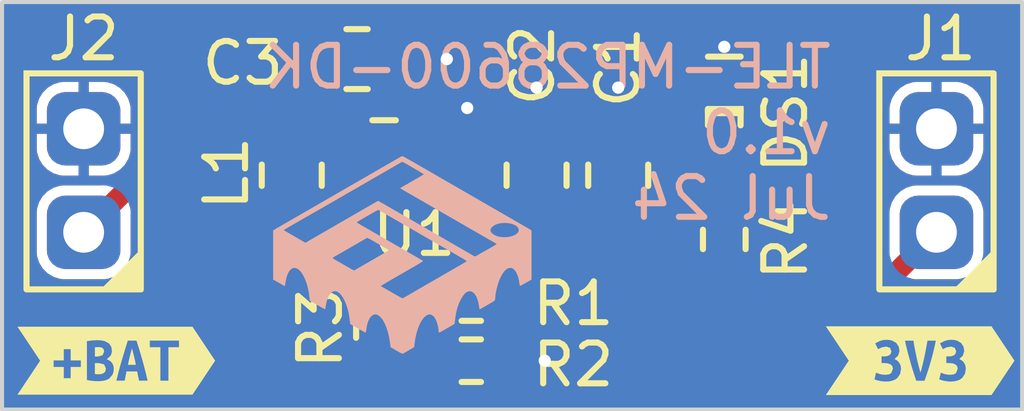
<source format=kicad_pcb>
(kicad_pcb (version 20221018) (generator pcbnew)
  (layers (0 "F.Cu" signal) (31 "B.Cu" signal) (34 "B.Paste" user) (35 "F.Paste" user) (36 "B.SilkS" user "B.Silkscreen") (37 "F.SilkS" user "F.Silkscreen") (38 "B.Mask" user) (39 "F.Mask" user) (44 "Edge.Cuts" user))
  (net 0 "")
  (net 1 "+3V3")
  (net 2 "+BATT")
  (net 3 "Net-(DS1-A)")
  (net 4 "Net-(U1-SW)")
  (net 5 "Net-(U1-FB)")
  (net 6 "Net-(U1-EN)")
  (net 7 "GND")
  (footprint "R_Resistor:R_0603" (layer "F.Cu") (at 61.5 58.8)
    (fp_text reference "R2" (at 2.5 0.1) (layer "F.SilkS"))
    (fp_text value "10K" hide)
    (fp_line (start -0.237258 -0.5225) (end 0.237258 -0.5225) (stroke (width 0.15)) (layer "F.SilkS"))
    (fp_line (start -0.237258 0.5225) (end 0.237258 0.5225) (stroke (width 0.15)) (layer "F.SilkS"))
    (pad "1" smd roundrect (at -0.825 0) (size 0.8 0.95) (layers "F.Cu" "F.Paste" "F.Mask") (net 5 "Net-(U1-FB)"))
    (pad "2" smd roundrect (at 0.825 0) (size 0.8 0.95) (layers "F.Cu" "F.Paste" "F.Mask") (net 7 "GND"))
  )
  (footprint "J_Connector:Pins-2.54-1x2" (layer "F.Cu") (at 52 55.65 180)
    (fp_text reference "J2" (at 0 4.75 unlocked) (layer "F.SilkS"))
    (fp_text value "Pins_2.54_1x2" hide)
    (fp_rect (start 1.4 3.9) (end -1.4 -1.4) (stroke (width 0.15)) (fill none) (layer "F.SilkS"))
    (fp_poly (pts (xy -1.4 -0.5) (xy -1.4 -1.4) (xy -0.5 -1.4)) (stroke (width 0.12)) (fill solid) (layer "F.SilkS"))
    (pad "1" thru_hole roundrect (at 0 0 180) (size 1.8 1.8) (drill 1) (layers "*.Cu" "*.Mask") (net 2 "+BATT"))
    (pad "2" thru_hole roundrect (at 0 2.54 180) (size 1.8 1.8) (drill 1) (layers "*.Cu" "*.Mask") (net 7 "GND"))
  )
  (footprint "R_Resistor:R_0603" (layer "F.Cu") (at 59.2 58 90)
    (fp_text reference "R3" (at 0 -1.4 90) (layer "F.SilkS"))
    (fp_text value "10K" hide)
    (fp_line (start -0.237258 -0.5225) (end 0.237258 -0.5225) (stroke (width 0.15)) (layer "F.SilkS"))
    (fp_line (start -0.237258 0.5225) (end 0.237258 0.5225) (stroke (width 0.15)) (layer "F.SilkS"))
    (pad "1" smd roundrect (at -0.825 0 90) (size 0.8 0.95) (layers "F.Cu" "F.Paste" "F.Mask") (net 2 "+BATT"))
    (pad "2" smd roundrect (at 0.825 0 90) (size 0.8 0.95) (layers "F.Cu" "F.Paste" "F.Mask") (net 6 "Net-(U1-EN)"))
  )
  (footprint "R_Resistor:R_0603" (layer "F.Cu") (at 61.5 57.3 180)
    (fp_text reference "R1" (at -2.5 -0.1) (layer "F.SilkS"))
    (fp_text value "0R" hide)
    (fp_line (start -0.237258 -0.5225) (end 0.237258 -0.5225) (stroke (width 0.15)) (layer "F.SilkS"))
    (fp_line (start -0.237258 0.5225) (end 0.237258 0.5225) (stroke (width 0.15)) (layer "F.SilkS"))
    (pad "1" smd roundrect (at -0.825 0 180) (size 0.8 0.95) (layers "F.Cu" "F.Paste" "F.Mask") (net 1 "+3V3"))
    (pad "2" smd roundrect (at 0.825 0 180) (size 0.8 0.95) (layers "F.Cu" "F.Paste" "F.Mask") (net 5 "Net-(U1-FB)"))
  )
  (footprint "kibuzzard-669A4029" (layer "F.Cu") (at 52.8 58.8)
    (fp_text reference "kibuzzard-669A4029" hide)
    (fp_text value "G***" hide)
    (fp_poly (pts (xy 0.383381 -0.301625) (xy 0.354013 -0.196056) (xy 0.328613 -0.097631) (xy 0.306388 0) (xy 0.286544 0.1016) (xy 0.478631 0.1016) (xy 0.459581 0) (xy 0.43815 -0.097631) (xy 0.41275 -0.196056) (xy 0.383381 -0.301625)) (fill solid) (layer "F.SilkS"))
    (fp_poly (pts (xy -0.524669 0.060325) (xy -0.524669 0.327025) (xy -0.479425 0.331788) (xy -0.431006 0.333375) (xy -0.365919 0.327819) (xy -0.309562 0.307181) (xy -0.269081 0.264319) (xy -0.253206 0.193675) (xy -0.29845 0.091281) (xy -0.419894 0.060325) (xy -0.524669 0.060325)) (fill solid) (layer "F.SilkS"))
    (fp_poly (pts (xy -0.448469 -0.1016) (xy -0.335756 -0.134144) (xy -0.297656 -0.223838) (xy -0.308769 -0.280194) (xy -0.338931 -0.313531) (xy -0.383381 -0.329406) (xy -0.435769 -0.333375) (xy -0.481806 -0.331788) (xy -0.524669 -0.327025) (xy -0.524669 -0.1016) (xy -0.448469 -0.1016)) (fill solid) (layer "F.SilkS"))
    (fp_poly (pts (xy -1.535906 -0.833967) (xy -1.866635 -0.833967) (xy -2.422613 -0.833967) (xy -1.866635 0) (xy -2.422613 0.833967) (xy -1.866635 0.833967) (xy -1.535906 0.833967) (xy -1.118394 0.833967) (xy -1.118394 0.430213) (xy -1.286669 0.430213) (xy -1.286669 0.153987) (xy -1.535906 0.153987) (xy -1.535906 -0.00635) (xy -1.286669 -0.00635) (xy -1.286669 -0.282575) (xy -1.118394 -0.282575) (xy -1.118394 -0.00635) (xy -0.869156 -0.00635) (xy -0.869156 0.153987) (xy -1.118394 0.153987) (xy -1.118394 0.430213) (xy -1.118394 0.833967) (xy -0.446881 0.833967) (xy -0.446881 0.503238) (xy -0.513159 0.501452) (xy -0.581819 0.496094) (xy -0.651272 0.487164) (xy -0.719931 0.474663) (xy -0.719931 -0.479425) (xy -0.597694 -0.496094) (xy -0.465931 -0.503238) (xy -0.365125 -0.497483) (xy -0.284956 -0.480219) (xy -0.175419 -0.419894) (xy -0.121444 -0.33655) (xy -0.107156 -0.244475) (xy -0.115689 -0.178594) (xy -0.141287 -0.12065) (xy -0.232569 -0.034925) (xy -0.14863 0.007938) (xy -0.096837 0.0635) (xy -0.070048 0.127) (xy -0.061119 0.193675) (xy -0.068659 0.275233) (xy -0.091281 0.342106) (xy -0.173037 0.437356) (xy -0.229394 0.467916) (xy -0.295275 0.488156) (xy -0.368498 0.499467) (xy -0.446881 0.503238) (xy -0.446881 0.833967) (xy 0.558006 0.833967) (xy 0.558006 0.490538) (xy 0.511969 0.263525) (xy 0.250031 0.263525) (xy 0.205581 0.490538) (xy 0.002381 0.490538) (xy 0.030385 0.376396) (xy 0.058515 0.266383) (xy 0.086773 0.160496) (xy 0.115157 0.058737) (xy 0.143669 -0.038894) (xy 0.17909 -0.156815) (xy 0.213916 -0.271661) (xy 0.248146 -0.383431) (xy 0.281781 -0.492125) (xy 0.494506 -0.492125) (xy 0.529382 -0.382538) (xy 0.564158 -0.269677) (xy 0.598835 -0.153541) (xy 0.633413 -0.034131) (xy 0.660876 0.064325) (xy 0.688023 0.166021) (xy 0.714851 0.270954) (xy 0.741363 0.379127) (xy 0.767556 0.490538) (xy 0.558006 0.490538) (xy 0.558006 0.833967) (xy 1.277144 0.833967) (xy 1.277144 0.490538) (xy 1.080294 0.490538) (xy 1.080294 -0.3302) (xy 0.821531 -0.3302) (xy 0.821531 -0.492125) (xy 1.535906 -0.492125) (xy 1.535906 -0.3302) (xy 1.277144 -0.3302) (xy 1.277144 0.490538) (xy 1.277144 0.833967) (xy 1.535906 0.833967) (xy 1.866635 0.833967) (xy 2.422613 0) (xy 1.866635 -0.833967) (xy 1.535906 -0.833967) (xy -1.535906 -0.833967)) (fill solid) (layer "F.SilkS"))
  )
  (footprint "U_IC:SOT563" (layer "F.Cu") (at 60.05 53.9)
    (fp_text reference "U1" (at 0.05 1.8 unlocked) (layer "F.SilkS"))
    (fp_text value "MP28600GTF-33" hide)
    (fp_line (start -0.4 -1) (end -0.975 -1) (stroke (width 0.15)) (layer "F.SilkS"))
    (pad "1" smd oval (at -0.75 -0.5) (size 0.6 0.34) (layers "F.Cu" "F.Paste" "F.Mask") (net 2 "+BATT"))
    (pad "2" smd oval (at -0.75 0) (size 0.6 0.34) (layers "F.Cu" "F.Paste" "F.Mask") (net 4 "Net-(U1-SW)"))
    (pad "3" smd oval (at -0.75 0.5) (size 0.6 0.34) (layers "F.Cu" "F.Paste" "F.Mask") (net 6 "Net-(U1-EN)"))
    (pad "4" smd oval (at 0.75 0.5) (size 0.6 0.34) (layers "F.Cu" "F.Paste" "F.Mask") (net 5 "Net-(U1-FB)"))
    (pad "5" smd oval (at 0.75 0) (size 0.6 0.34) (layers "F.Cu" "F.Paste" "F.Mask") (net 1 "+3V3"))
    (pad "6" smd oval (at 0.75 -0.5) (size 0.6 0.34) (layers "F.Cu" "F.Paste" "F.Mask") (net 7 "GND"))
  )
  (footprint "J_Connector:Pins-2.54-1x2" (layer "F.Cu") (at 72.9 55.65 180)
    (fp_text reference "J1" (at -0.1 4.75 unlocked) (layer "F.SilkS"))
    (fp_text value "Pins_2.54_1x2" hide)
    (fp_rect (start 1.4 3.9) (end -1.4 -1.4) (stroke (width 0.15)) (fill none) (layer "F.SilkS"))
    (fp_poly (pts (xy -1.4 -0.5) (xy -1.4 -1.4) (xy -0.5 -1.4)) (stroke (width 0.12)) (fill solid) (layer "F.SilkS"))
    (pad "1" thru_hole roundrect (at 0 0 180) (size 1.8 1.8) (drill 1) (layers "*.Cu" "*.Mask") (net 1 "+3V3"))
    (pad "2" thru_hole roundrect (at 0 2.54 180) (size 1.8 1.8) (drill 1) (layers "*.Cu" "*.Mask") (net 7 "GND"))
  )
  (footprint "C_Capacitor:C_0805" (layer "F.Cu") (at 63.1 54.25 90)
    (fp_text reference "C2" (at 2.7 -0.1 90) (layer "F.SilkS"))
    (fp_text value "22u" hide)
    (fp_line (start -0.261252 -0.735) (end 0.261252 -0.735) (stroke (width 0.15)) (layer "F.SilkS"))
    (fp_line (start -0.261252 0.735) (end 0.261252 0.735) (stroke (width 0.15)) (layer "F.SilkS"))
    (pad "1" smd roundrect (at -0.95 0 90) (size 1 1.45) (layers "F.Cu" "F.Paste" "F.Mask") (net 1 "+3V3"))
    (pad "2" smd roundrect (at 0.95 0 90) (size 1 1.45) (layers "F.Cu" "F.Paste" "F.Mask") (net 7 "GND"))
  )
  (footprint "kibuzzard-669A4030" (layer "F.Cu") (at 72.5 58.8)
    (fp_text reference "kibuzzard-669A4030" hide)
    (fp_text value "G***" hide)
    (fp_poly (pts (xy -1.418621 -0.843492) (xy -1.749351 -0.843492) (xy -2.311678 -0.843492) (xy -1.749351 0) (xy -2.311678 0.843492) (xy -1.749351 0.843492) (xy -1.418621 0.843492) (xy -0.846138 0.843492) (xy -0.846138 0.512762) (xy -0.923131 0.507206) (xy -1.000919 0.493712) (xy -1.069975 0.47625) (xy -1.119188 0.458787) (xy -1.081088 0.295275) (xy -0.986631 0.328612) (xy -0.922933 0.341709) (xy -0.847725 0.346075) (xy -0.762595 0.335359) (xy -0.707231 0.303212) (xy -0.66675 0.19685) (xy -0.682228 0.13077) (xy -0.728663 0.088106) (xy -0.798909 0.064889) (xy -0.885825 0.05715) (xy -0.94615 0.05715) (xy -0.94615 -0.104775) (xy -0.873125 -0.104775) (xy -0.8128 -0.111125) (xy -0.758825 -0.131763) (xy -0.719931 -0.169863) (xy -0.70485 -0.230188) (xy -0.737394 -0.315119) (xy -0.827088 -0.346075) (xy -0.937419 -0.327819) (xy -1.031875 -0.282575) (xy -1.101725 -0.42545) (xy -0.988219 -0.483394) (xy -0.913011 -0.50542) (xy -0.828675 -0.512763) (xy -0.751483 -0.507603) (xy -0.685006 -0.492125) (xy -0.5842 -0.434181) (xy -0.525463 -0.346075) (xy -0.506413 -0.236538) (xy -0.53975 -0.123825) (xy -0.62865 -0.041275) (xy -0.560983 -0.001984) (xy -0.510381 0.052387) (xy -0.47883 0.120253) (xy -0.468313 0.200025) (xy -0.490538 0.325437) (xy -0.5588 0.424656) (xy -0.611188 0.461962) (xy -0.676275 0.489744) (xy -0.754459 0.507008) (xy -0.846138 0.512762) (xy -0.846138 0.843492) (xy -0.09525 0.843492) (xy -0.09525 0.492125) (xy -0.134541 0.375444) (xy -0.176213 0.244475) (xy -0.204258 0.152488) (xy -0.231246 0.060678) (xy -0.257175 -0.030956) (xy -0.281693 -0.120826) (xy -0.304447 -0.207345) (xy -0.325438 -0.290513) (xy -0.351631 -0.401638) (xy -0.369888 -0.490538) (xy -0.163513 -0.490538) (xy -0.151606 -0.408186) (xy -0.134938 -0.313531) (xy -0.114895 -0.211138) (xy -0.092869 -0.105569) (xy -0.069056 0.000794) (xy -0.043656 0.105569) (xy -0.017661 0.204192) (xy 0.007937 0.2921) (xy 0.033337 0.205383) (xy 0.058737 0.107156) (xy 0.083344 0.002381) (xy 0.106362 -0.103981) (xy 0.127794 -0.209748) (xy 0.147637 -0.312738) (xy 0.1651 -0.407988) (xy 0.179387 -0.490538) (xy 0.384175 -0.490538) (xy 0.362942 -0.389731) (xy 0.337344 -0.277813) (xy 0.307578 -0.157361) (xy 0.273844 -0.030956) (xy 0.249237 0.055827) (xy 0.223044 0.143669) (xy 0.195262 0.232569) (xy 0.166335 0.321028) (xy 0.136701 0.407547) (xy 0.106362 0.492125) (xy -0.09525 0.492125) (xy -0.09525 0.843492) (xy 0.741362 0.843492) (xy 0.741362 0.512762) (xy 0.664369 0.507206) (xy 0.586581 0.493712) (xy 0.517525 0.47625) (xy 0.468312 0.458787) (xy 0.506412 0.295275) (xy 0.600869 0.328612) (xy 0.664567 0.341709) (xy 0.739775 0.346075) (xy 0.824905 0.335359) (xy 0.880269 0.303212) (xy 0.92075 0.19685) (xy 0.905272 0.13077) (xy 0.858837 0.088106) (xy 0.788591 0.064889) (xy 0.701675 0.05715) (xy 0.64135 0.05715) (xy 0.64135 -0.104775) (xy 0.714375 -0.104775) (xy 0.7747 -0.111125) (xy 0.828675 -0.131763) (xy 0.867569 -0.169863) (xy 0.88265 -0.230188) (xy 0.850106 -0.315119) (xy 0.760412 -0.346075) (xy 0.650081 -0.327819) (xy 0.555625 -0.282575) (xy 0.485775 -0.42545) (xy 0.599281 -0.483394) (xy 0.674489 -0.50542) (xy 0.758825 -0.512763) (xy 0.836017 -0.507603) (xy 0.902494 -0.492125) (xy 1.0033 -0.434181) (xy 1.062037 -0.346075) (xy 1.081087 -0.236538) (xy 1.04775 -0.123825) (xy 0.95885 -0.041275) (xy 1.026517 -0.001984) (xy 1.077119 0.052387) (xy 1.10867 0.120253) (xy 1.119187 0.200025) (xy 1.096962 0.325437) (xy 1.0287 0.424656) (xy 0.976312 0.461962) (xy 0.911225 0.489744) (xy 0.833041 0.507008) (xy 0.741362 0.512762) (xy 0.741362 0.843492) (xy 1.418621 0.843492) (xy 1.749351 0.843492) (xy 2.311678 0) (xy 1.749351 -0.843492) (xy 1.418621 -0.843492) (xy -1.418621 -0.843492)) (fill solid) (layer "F.SilkS"))
  )
  (footprint "R_Resistor:R_0603" (layer "F.Cu") (at 67.7 55.825 90)
    (fp_text reference "R4" (at 0 1.5 90) (layer "F.SilkS"))
    (fp_text value "470R" hide)
    (fp_line (start -0.237258 -0.5225) (end 0.237258 -0.5225) (stroke (width 0.15)) (layer "F.SilkS"))
    (fp_line (start -0.237258 0.5225) (end 0.237258 0.5225) (stroke (width 0.15)) (layer "F.SilkS"))
    (pad "1" smd roundrect (at -0.825 0 90) (size 0.8 0.95) (layers "F.Cu" "F.Paste" "F.Mask") (net 1 "+3V3"))
    (pad "2" smd roundrect (at 0.825 0 90) (size 0.8 0.95) (layers "F.Cu" "F.Paste" "F.Mask") (net 3 "Net-(DS1-A)"))
  )
  (footprint "DS_LED:DS_0603" (layer "F.Cu") (at 67.7 52.825 -90)
    (fp_text reference "DS1" (at -0.1 -1.5 90) (layer "F.SilkS"))
    (fp_text value "150060YS55040" hide)
    (fp_line (start -1.485 -0.4) (end -1.485 0.4) (stroke (width 0.15)) (layer "F.SilkS"))
    (fp_line (start -0.2 -0.4) (end 0.2 -0.4) (stroke (width 0.15)) (layer "F.SilkS"))
    (fp_line (start -0.2 0.4) (end 0.2 0.4) (stroke (width 0.15)) (layer "F.SilkS"))
    (fp_rect (start -0.2 -0.4) (end -0.1 0.4) (stroke (width 0.15)) (fill solid) (layer "F.SilkS"))
    (pad "1" smd roundrect (at -0.7875 0 270) (size 0.875 0.95) (layers "F.Cu" "F.Paste" "F.Mask") (net 7 "GND"))
    (pad "2" smd roundrect (at 0.7875 0 270) (size 0.875 0.95) (layers "F.Cu" "F.Paste" "F.Mask") (net 3 "Net-(DS1-A)"))
  )
  (footprint "C_Capacitor:C_0805" (layer "F.Cu") (at 58.7 51.4)
    (fp_text reference "C3" (at -2.8 0.1) (layer "F.SilkS"))
    (fp_text value "22u" hide)
    (fp_line (start -0.261252 -0.735) (end 0.261252 -0.735) (stroke (width 0.15)) (layer "F.SilkS"))
    (fp_line (start -0.261252 0.735) (end 0.261252 0.735) (stroke (width 0.15)) (layer "F.SilkS"))
    (pad "1" smd roundrect (at -0.95 0) (size 1 1.45) (layers "F.Cu" "F.Paste" "F.Mask") (net 2 "+BATT"))
    (pad "2" smd roundrect (at 0.95 0) (size 1 1.45) (layers "F.Cu" "F.Paste" "F.Mask") (net 7 "GND"))
  )
  (footprint "C_Capacitor:C_0805" (layer "F.Cu") (at 65.1 54.25 90)
    (fp_text reference "C1" (at 2.65 0 90) (layer "F.SilkS"))
    (fp_text value "22u" hide)
    (fp_line (start -0.261252 -0.735) (end 0.261252 -0.735) (stroke (width 0.15)) (layer "F.SilkS"))
    (fp_line (start -0.261252 0.735) (end 0.261252 0.735) (stroke (width 0.15)) (layer "F.SilkS"))
    (pad "1" smd roundrect (at -0.95 0 90) (size 1 1.45) (layers "F.Cu" "F.Paste" "F.Mask") (net 1 "+3V3"))
    (pad "2" smd roundrect (at 0.95 0 90) (size 1 1.45) (layers "F.Cu" "F.Paste" "F.Mask") (net 7 "GND"))
  )
  (footprint "L_Inductor:FB_0805" (layer "F.Cu") (at 57.1 54.25 -90)
    (fp_text reference "L1" (at -0.05 1.6 90) (layer "F.SilkS"))
    (fp_text value "MLZ2012N3R3LT000" hide)
    (fp_line (start -0.261252 -0.735) (end 0.261252 -0.735) (stroke (width 0.15)) (layer "F.SilkS"))
    (fp_line (start -0.261252 0.735) (end 0.261252 0.735) (stroke (width 0.15)) (layer "F.SilkS"))
    (pad "1" smd roundrect (at -0.95 0 270) (size 1 1.45) (layers "F.Cu" "F.Paste" "F.Mask") (net 2 "+BATT"))
    (pad "2" smd roundrect (at 0.95 0 270) (size 1 1.45) (layers "F.Cu" "F.Paste" "F.Mask") (net 4 "Net-(U1-SW)"))
  )
  (footprint "N_NonPart:TL_Embedded_5mm" (layer "B.Cu") (at 59.8 56.2 180)
    (fp_text reference "~" hide)
    (fp_text value "TL_Embedded" hide)
    (fp_poly (pts (xy 0.008507 2.414983) (xy 0.033069 2.402771) (xy 0.037395 2.400205) (xy 0.054103 2.390307) (xy 0.085839 2.371777) (xy 0.130146 2.346037) (xy 0.184572 2.314511) (xy 0.246662 2.278621) (xy 0.313962 2.23979) (xy 0.339896 2.224844) (xy 0.41455 2.181827) (xy 0.490331 2.138144) (xy 0.563604 2.095892) (xy 0.630733 2.057169) (xy 0.688081 2.024071) (xy 0.732012 1.998696) (xy 0.736085 1.996342) (xy 0.788756 1.965902) (xy 0.852687 1.928972) (xy 0.921669 1.889137) (xy 0.989492 1.849983) (xy 1.028503 1.827469) (xy 1.153108 1.755567) (xy 1.261652 1.692932) (xy 1.355539 1.638752) (xy 1.436176 1.592215) (xy 1.504967 1.55251) (xy 1.56332 1.518825) (xy 1.612638 1.490349) (xy 1.654329 1.466269) (xy 1.689798 1.445775) (xy 1.720451 1.428053) (xy 1.747692 1.412293) (xy 1.772929 1.397683) (xy 1.797566 1.383411) (xy 1.809964 1.376227) (xy 1.858133 1.348347) (xy 1.916702 1.314501) (xy 1.978587 1.278779) (xy 2.036708 1.245273) (xy 2.041881 1.242293) (xy 2.185749 1.159384) (xy 2.343139 1.06859) (xy 2.510143 0.972168) (xy 2.558654 0.944146) (xy 2.608174 0.91556) (xy 2.670012 0.879899) (xy 2.739004 0.84014) (xy 2.809985 0.799259) (xy 2.877789 0.760231) (xy 2.883842 0.756749) (xy 2.943256 0.722445) (xy 2.998976 0.690049) (xy 3.047854 0.661407) (xy 3.086744 0.638367) (xy 3.112498 0.622777) (xy 3.118281 0.619129) (xy 3.156093 0.594632) (xy 3.156093 -0.610842) (xy 3.088031 -0.648509) (xy 3.044465 -0.672907) (xy 2.993992 -0.701595) (xy 2.947077 -0.728624) (xy 2.944343 -0.730216) (xy 2.868717 -0.774255) (xy 2.861058 -0.7224) (xy 2.842142 -0.616056) (xy 2.819277 -0.528075) (xy 2.791875 -0.456938) (xy 2.75935 -0.401122) (xy 2.721112 -0.359106) (xy 2.720457 -0.358543) (xy 2.677409 -0.330663) (xy 2.633997 -0.321794) (xy 2.587685 -0.331848) (xy 2.548438 -0.352433) (xy 2.499076 -0.393902) (xy 2.451836 -0.453246) (xy 2.407661 -0.52821) (xy 2.367493 -0.616537) (xy 2.332274 -0.715971) (xy 2.302947 -0.824255) (xy 2.280452 -0.939133) (xy 2.269465 -1.020544) (xy 2.264864 -1.06274) (xy 2.26124 -1.096836) (xy 2.259074 -1.11826) (xy 2.258674 -1.123158) (xy 2.250595 -1.130099) (xy 2.229444 -1.143716) (xy 2.200694 -1.160548) (xy 2.170304 -1.177857) (xy 2.127645 -1.202387) (xy 2.077856 -1.231172) (xy 2.026074 -1.261248) (xy 2.013741 -1.268433) (xy 1.96834 -1.294537) (xy 1.929482 -1.316187) (xy 1.900281 -1.3317) (xy 1.883854 -1.339396) (xy 1.881435 -1.339837) (xy 1.878507 -1.328919) (xy 1.873246 -1.302457) (xy 1.866484 -1.264822) (xy 1.861265 -1.233936) (xy 1.842927 -1.142206) (xy 1.820476 -1.06759) (xy 1.792676 -1.00724) (xy 1.758291 -0.95831) (xy 1.728559 -0.928375) (xy 1.699925 -0.907153) (xy 1.671549 -0.897392) (xy 1.634691 -0.896512) (xy 1.623422 -0.897353) (xy 1.578562 -0.910898) (xy 1.533115 -0.942747) (xy 1.488172 -0.991106) (xy 1.444824 -1.054181) (xy 1.404161 -1.130179) (xy 1.367275 -1.217308) (xy 1.335257 -1.313772) (xy 1.310507 -1.411672) (xy 1.300587 -1.462439) (xy 1.2904 -1.522603) (xy 1.281717 -1.581494) (xy 1.279504 -1.598653) (xy 1.267043 -1.699926) (xy 1.135861 -1.775112) (xy 1.083838 -1.804933) (xy 1.032568 -1.83433) (xy 0.987173 -1.860366) (xy 0.952772 -1.880105) (xy 0.946037 -1.883972) (xy 0.91913 -1.899481) (xy 0.900998 -1.907604) (xy 0.889342 -1.905966) (xy 0.881862 -1.892191) (xy 0.876257 -1.863904) (xy 0.870228 -1.81873) (xy 0.868274 -1.803677) (xy 0.851079 -1.711649) (xy 0.825617 -1.631185) (xy 0.792888 -1.564374) (xy 0.75389 -1.513307) (xy 0.714943 -1.482919) (xy 0.67613 -1.465998) (xy 0.640976 -1.464005) (xy 0.600457 -1.476356) (xy 0.550105 -1.507463) (xy 0.50165 -1.556989) (xy 0.455883 -1.623217) (xy 0.413592 -1.70443) (xy 0.375566 -1.798911) (xy 0.342595 -1.904943) (xy 0.315469 -2.020808) (xy 0.295713 -2.139293) (xy 0.278088 -2.269376) (xy 0.140638 -2.349734) (xy 0.0927 -2.377252) (xy 0.050188 -2.400704) (xy 0.016423 -2.418332) (xy -0.005276 -2.428377) (xy -0.011011 -2.430037) (xy -0.025935 -2.425146) (xy -0.052875 -2.412217) (xy -0.086673 -2.393777) (xy -0.095792 -2.388484) (xy -0.14147 -2.361595) (xy -0.191764 -2.331939) (xy -0.233181 -2.307475) (xy -0.299986 -2.267964) (xy -0.307014 -2.20534) (xy -0.327056 -2.066474) (xy -0.354594 -1.937596) (xy -0.388979 -1.820491) (xy -0.429558 -1.71695) (xy -0.475683 -1.628758) (xy -0.526703 -1.557705) (xy -0.552585 -1.53036) (xy -0.602915 -1.489584) (xy -0.649272 -1.468083) (xy -0.693346 -1.465776) (xy -0.736831 -1.482583) (xy -0.781417 -1.518424) (xy -0.782464 -1.519467) (xy -0.808231 -1.553988) (xy -0.833688 -1.603416) (xy -0.857062 -1.662541) (xy -0.876586 -1.726155) (xy -0.890489 -1.78905) (xy -0.897 -1.846019) (xy -0.897265 -1.857266) (xy -0.898926 -1.886239) (xy -0.902957 -1.905663) (xy -0.905449 -1.909528) (xy -0.917941 -1.907712) (xy -0.941821 -1.897842) (xy -0.963428 -1.886681) (xy -0.984669 -1.874693) (xy -1.017349 -1.856058) (xy -1.058104 -1.832713) (xy -1.103568 -1.806596) (xy -1.150377 -1.779647) (xy -1.195166 -1.753803) (xy -1.234571 -1.731003) (xy -1.265228 -1.713185) (xy -1.283771 -1.702288) (xy -1.287683 -1.699877) (xy -1.289655 -1.689871) (xy -1.293275 -1.664268) (xy -1.297937 -1.627511) (xy -1.300876 -1.602883) (xy -1.323373 -1.452828) (xy -1.354165 -1.319456) (xy -1.39391 -1.200784) (xy -1.443262 -1.094831) (xy -1.498669 -1.005531) (xy -1.545911 -0.949957) (xy -1.594423 -0.913944) (xy -1.643027 -0.897035) (xy -1.690545 -0.898773) (xy -1.735798 -0.918701) (xy -1.777609 -0.956362) (xy -1.814798 -1.0113) (xy -1.846189 -1.083057) (xy -1.865223 -1.147662) (xy -1.875757 -1.194885) (xy -1.885094 -1.243913) (xy -1.891155 -1.283713) (xy -1.896476 -1.317588) (xy -1.902885 -1.334364) (xy -1.911605 -1.337107) (xy -1.912369 -1.336839) (xy -1.925987 -1.329927) (xy -1.953293 -1.314831) (xy -1.99061 -1.293623) (xy -2.03426 -1.268374) (xy -2.044736 -1.262256) (xy -2.094488 -1.233245) (xy -2.143737 -1.204697) (xy -2.186946 -1.179813) (xy -2.218573 -1.161793) (xy -2.219706 -1.161155) (xy -2.255764 -1.138178) (xy -2.276703 -1.115566) (xy -2.286424 -1.086973) (xy -2.288819 -1.04867) (xy -2.293237 -0.987701) (xy -2.305082 -0.9138) (xy -2.323007 -0.832194) (xy -2.345664 -0.74811) (xy -2.371704 -0.666772) (xy -2.39978 -0.593407) (xy -2.414984 -0.559627) (xy -2.461542 -0.473419) (xy -2.50893 -0.406995) (xy -2.557538 -0.35998) (xy -2.607757 -0.331997) (xy -2.659976 -0.322669) (xy -2.660345 -0.322668) (xy -2.704319 -0.332435) (xy -2.745702 -0.360599) (xy -2.78353 -0.405457) (xy -2.816838 -0.465305) (xy -2.844661 -0.538439) (xy -2.866036 -0.623156) (xy -2.879075 -0.708942) (xy -2.884895 -0.745274) (xy -2.892578 -0.76264) (xy -2.898385 -0.764401) (xy -2.911317 -0.758514) (xy -2.938303 -0.744374) (xy -2.975938 -0.723823) (xy -3.02082 -0.698705) (xy -3.043758 -0.685669) (xy -3.176188 -0.610044) (xy -3.176215 -0.157279) (xy -1.584201 -0.157279) (xy -1.575727 -0.166374) (xy -1.554011 -0.181843) (xy -1.523568 -0.2005) (xy -1.520297 -0.202373) (xy -1.487872 -0.22092) (xy -1.440671 -0.248048) (xy -1.381363 -0.282216) (xy -1.312614 -0.321885) (xy -1.237094 -0.365514) (xy -1.157469 -0.411564) (xy -1.076407 -0.458495) (xy -1.023462 -0.489176) (xy -0.974384 -0.517597) (xy -0.915266 -0.551782) (xy -0.853544 -0.587435) (xy -0.796657 -0.620258) (xy -0.796586 -0.620298) (xy -0.74853 -0.648003) (xy -0.687953 -0.682927) (xy -0.619804 -0.722214) (xy -0.549035 -0.763013) (xy -0.480594 -0.802469) (xy -0.468877 -0.809223) (xy -0.401819 -0.847953) (xy -0.331972 -0.888419) (xy -0.264169 -0.927812) (xy -0.203243 -0.963323) (xy -0.154028 -0.992143) (xy -0.146209 -0.996743) (xy -0.101487 -1.022641) (xy -0.062497 -1.044396) (xy -0.032738 -1.060117) (xy -0.015712 -1.067911) (xy -0.013606 -1.06842) (xy -0.001769 -1.063692) (xy 0.024719 -1.050238) (xy 0.06312 -1.029544) (xy 0.110694 -1.003095) (xy 0.164704 -0.972376) (xy 0.18302 -0.961816) (xy 0.243729 -0.926756) (xy 0.303684 -0.892231) (xy 0.358825 -0.860573) (xy 0.405092 -0.834112) (xy 0.438423 -0.815178) (xy 0.441147 -0.813643) (xy 0.474619 -0.794153) (xy 0.500032 -0.77812) (xy 0.513262 -0.768194) (xy 0.514251 -0.766685) (xy 0.505839 -0.760451) (xy 0.481947 -0.745395) (xy 0.444592 -0.722721) (xy 0.395792 -0.693633) (xy 0.337563 -0.659336) (xy 0.271924 -0.621035) (xy 0.219313 -0.590561) (xy 0.095761 -0.519208) (xy -0.011971 -0.456973) (xy -0.105535 -0.402904) (xy -0.186582 -0.356044) (xy -0.256762 -0.315439) (xy -0.317726 -0.280135) (xy -0.371125 -0.249175) (xy -0.41861 -0.221605) (xy -0.431964 -0.213844) (xy -0.469276 -0.191044) (xy -0.497987 -0.17135) (xy -0.514897 -0.157103) (xy -0.517672 -0.151085) (xy -0.505964 -0.143114) (xy -0.480571 -0.127533) (xy -0.445357 -0.106668) (xy -0.408377 -0.085247) (xy -0.359325 -0.057081) (xy -0.300239 -0.023097) (xy -0.238545 0.012432) (xy -0.181671 0.04523) (xy -0.181501 0.045328) (xy -0.122078 0.079625) (xy -0.069983 0.109688) (xy 0.322667 0.109688) (xy 0.330887 0.10185) (xy 0.353048 0.086774) (xy 0.385399 0.066906) (xy 0.410897 0.052138) (xy 0.454359 0.027402) (xy 0.508535 -0.003601) (xy 0.566696 -0.037014) (xy 0.622116 -0.068978) (xy 0.625168 -0.070743) (xy 0.673251 -0.098519) (xy 0.733864 -0.133482) (xy 0.802051 -0.172774) (xy 0.872855 -0.213541) (xy 0.941318 -0.252925) (xy 0.952878 -0.25957) (xy 1.010805 -0.292991) (xy 1.062968 -0.323317) (xy 1.106787 -0.349029) (xy 1.139679 -0.368609) (xy 1.159065 -0.380537) (xy 1.163037 -0.383286) (xy 1.175069 -0.382194) (xy 1.199723 -0.372501) (xy 1.232411 -0.356117) (xy 1.244629 -0.34931) (xy 1.275802 -0.331469) (xy 1.320541 -0.305826) (xy 1.374928 -0.274626) (xy 1.435044 -0.240118) (xy 1.496974 -0.204549) (xy 1.510764 -0.196626) (xy 1.566819 -0.164201) (xy 1.616487 -0.13506) (xy 1.657264 -0.110703) (xy 1.68665 -0.092634) (xy 1.70214 -0.082355) (xy 1.703912 -0.080667) (xy 1.695767 -0.073883) (xy 1.673794 -0.059799) (xy 1.641844 -0.04082) (xy 1.620869 -0.028858) (xy 1.579614 -0.005499) (xy 1.527386 0.024301) (xy 1.470647 0.056846) (xy 1.415857 0.088437) (xy 1.411671 0.09086) (xy 1.363614 0.118654) (xy 1.303034 0.153661) (xy 1.234884 0.19302) (xy 1.164112 0.233873) (xy 1.095671 0.27336) (xy 1.083961 0.280114) (xy 1.025451 0.313888) (xy 0.972102 0.34474) (xy 0.926633 0.371094) (xy 0.891764 0.391373) (xy 0.870213 0.403998) (xy 0.865128 0.407043) (xy 0.85963 0.41033) (xy 0.853851 0.412104) (xy 0.845842 0.411387) (xy 0.833657 0.407203) (xy 0.815347 0.398575) (xy 0.788965 0.384526) (xy 0.752564 0.364079) (xy 0.704196 0.336257) (xy 0.641914 0.300083) (xy 0.579793 0.263911) (xy 0.522667 0.230719) (xy 0.469107 0.199734) (xy 0.422425 0.172863) (xy 0.385931 0.152011) (xy 0.362939 0.139082) (xy 0.36048 0.137738) (xy 0.337231 0.123536) (xy 0.323902 0.112274) (xy 0.322667 0.109688) (xy -0.069983 0.109688) (xy -0.053677 0.119098) (xy 0.015209 0.158848) (xy 0.075625 0.193706) (xy 0.238247 0.287528) (xy 0.385791 0.372656) (xy 0.51738 0.448583) (xy 0.602481 0.497689) (xy 0.655366 0.528194) (xy 0.719652 0.565255) (xy 0.789263 0.60537) (xy 0.85812 0.645036) (xy 0.902461 0.67057) (xy 0.968306 0.708491) (xy 1.018599 0.737622) (xy 1.055244 0.75927) (xy 1.080148 0.774742) (xy 1.095215 0.785346) (xy 1.102349 0.79239) (xy 1.103456 0.79718) (xy 1.10044 0.801024) (xy 1.096786 0.803938) (xy 1.084702 0.811695) (xy 1.057735 0.827944) (xy 1.0185 0.851147) (xy 0.969607 0.879765) (xy 0.913668 0.912258) (xy 0.877252 0.933295) (xy 0.79757 0.979288) (xy 0.733573 1.016225) (xy 0.683402 1.044997) (xy 0.645197 1.066494) (xy 0.6171 1.081606) (xy 0.597251 1.091222) (xy 0.583791 1.096232) (xy 0.57486 1.097527) (xy 0.568601 1.095996) (xy 0.563153 1.092529) (xy 0.556657 1.088015) (xy 0.555479 1.087304) (xy 0.539396 1.077946) (xy 0.508716 1.060171) (xy 0.46631 1.03564) (xy 0.415051 1.006014) (xy 0.35781 0.972952) (xy 0.327709 0.955575) (xy 0.260223 0.916613) (xy 0.189515 0.875776) (xy 0.120533 0.835923) (xy 0.058227 0.799912) (xy 0.007544 0.770603) (xy 0 0.766238) (xy -0.052673 0.735774) (xy -0.116605 0.698824) (xy -0.185589 0.658973) (xy -0.253413 0.61981) (xy -0.292418 0.597298) (xy -0.356653 0.560232) (xy -0.426197 0.520103) (xy -0.49475 0.480544) (xy -0.556013 0.445193) (xy -0.587357 0.427106) (xy -0.648565 0.391785) (xy -0.718356 0.351512) (xy -0.787842 0.311414) (xy -0.844482 0.278729) (xy -0.898127 0.247773) (xy -0.962938 0.210372) (xy -1.032616 0.170161) (xy -1.100863 0.130776) (xy -1.139421 0.108524) (xy -1.204926 0.070731) (xy -1.276953 0.029194) (xy -1.348792 -0.01222) (xy -1.413732 -0.049641) (xy -1.445326 -0.067838) (xy -1.492564 -0.095602) (xy -1.532877 -0.120371) (xy -1.563327 -0.140253) (xy -1.580977 -0.153356) (xy -1.584201 -0.157279) (xy -3.176215 -0.157279) (xy -3.176224 -0.00825) (xy -3.176241 0.261412) (xy -2.319175 0.261412) (xy -2.310744 0.254394) (xy -2.287084 0.239104) (xy -2.250639 0.216977) (xy -2.203856 0.189449) (xy -2.149182 0.157954) (xy -2.089061 0.12393) (xy -2.025942 0.08881) (xy -2.011632 0.080934) (xy -1.979819 0.063035) (xy -1.937925 0.038887) (xy -1.893144 0.012649) (xy -1.875507 0.002187) (xy -1.835194 -0.021247) (xy -1.807938 -0.03514) (xy -1.789863 -0.040903) (xy -1.777088 -0.039943) (xy -1.769631 -0.036283) (xy -1.754003 -0.026889) (xy -1.724593 -0.009525) (xy -1.685063 0.013659) (xy -1.639074 0.040512) (xy -1.618381 0.052561) (xy -1.52655 0.105919) (xy -1.422807 0.166093) (xy -1.312729 0.229852) (xy -1.201891 0.293968) (xy -1.09587 0.355213) (xy -1.036066 0.389713) (xy -0.898035 0.469304) (xy -0.761747 0.547909) (xy -0.632429 0.622512) (xy -0.51531 0.690099) (xy -0.514252 0.69071) (xy -0.454811 0.725006) (xy -0.386391 0.764463) (xy -0.317489 0.80418) (xy -0.257126 0.838958) (xy -0.199747 0.872034) (xy -0.137916 0.907724) (xy -0.078715 0.941937) (xy -0.029227 0.970583) (xy -0.025209 0.972912) (xy 0.029723 1.004727) (xy 0.097533 1.043952) (xy 0.173625 1.087933) (xy 0.253403 1.134015) (xy 0.332269 1.179544) (xy 0.405628 1.221865) (xy 0.468882 1.258322) (xy 0.493011 1.272214) (xy 0.52994 1.293089) (xy 0.560203 1.309491) (xy 0.57966 1.319213) (xy 0.584398 1.320921) (xy 0.59575 1.316118) (xy 0.619533 1.303431) (xy 0.650937 1.285444) (xy 0.656055 1.28242) (xy 0.685172 1.265291) (xy 0.728824 1.2398) (xy 0.784388 1.207464) (xy 0.849238 1.169802) (xy 0.920752 1.128332) (xy 0.996307 1.084571) (xy 1.073277 1.040037) (xy 1.14904 0.996248) (xy 1.220972 0.954723) (xy 1.286449 0.916978) (xy 1.342847 0.884533) (xy 1.387542 0.858904) (xy 1.417912 0.84161) (xy 1.421754 0.839443) (xy 1.441007 0.828456) (xy 1.474493 0.80918) (xy 1.519013 0.783464) (xy 1.571368 0.753156) (xy 1.628358 0.720106) (xy 1.643588 0.711264) (xy 1.711002 0.672145) (xy 1.783777 0.629965) (xy 1.856072 0.588108) (xy 1.922046 0.549954) (xy 1.971298 0.521515) (xy 2.033029 0.485853) (xy 2.101691 0.446095) (xy 2.169608 0.406689) (xy 2.229107 0.372084) (xy 2.238386 0.366676) (xy 2.364306 0.293257) (xy 2.399719 0.314196) (xy 2.416813 0.324189) (xy 2.448292 0.342486) (xy 2.49108 0.367307) (xy 2.542098 0.39687) (xy 2.59827 0.429394) (xy 2.656517 0.463099) (xy 2.713762 0.496203) (xy 2.766927 0.526924) (xy 2.812935 0.553483) (xy 2.848708 0.574099) (xy 2.866133 0.584109) (xy 2.885303 0.596513) (xy 2.893749 0.604793) (xy 2.893769 0.605002) (xy 2.885463 0.611436) (xy 2.862505 0.626022) (xy 2.827802 0.646992) (xy 2.784261 0.67258) (xy 2.750145 0.692258) (xy 2.693984 0.724477) (xy 2.626302 0.76341) (xy 2.553017 0.805644) (xy 2.48005 0.847768) (xy 2.420008 0.882498) (xy 2.358891 0.91783) (xy 2.29835 0.95272) (xy 2.242472 0.984822) (xy 2.195344 1.011788) (xy 2.161052 1.03127) (xy 2.15784 1.03308) (xy 2.115121 1.057147) (xy 2.071849 1.081567) (xy 2.036463 1.101579) (xy 2.032392 1.103886) (xy 2.011193 1.116001) (xy 1.974454 1.137102) (xy 1.924094 1.166083) (xy 1.862034 1.201837) (xy 1.790191 1.243256) (xy 1.710486 1.289234) (xy 1.624837 1.338664) (xy 1.535164 1.390439) (xy 1.443386 1.443451) (xy 1.351421 1.496593) (xy 1.283108 1.536086) (xy 1.221225 1.571854) (xy 1.150958 1.612448) (xy 1.080863 1.652924) (xy 1.019496 1.688342) (xy 1.01842 1.688964) (xy 0.956668 1.724589) (xy 0.886249 1.765216) (xy 0.815963 1.805765) (xy 0.756252 1.840214) (xy 0.694885 1.875619) (xy 0.62522 1.915814) (xy 0.555902 1.955812) (xy 0.496605 1.990028) (xy 0.443732 2.020533) (xy 0.379461 2.057607) (xy 0.309866 2.097745) (xy 0.241021 2.137446) (xy 0.196625 2.163043) (xy 0.142643 2.194201) (xy 0.093861 2.222422) (xy 0.053282 2.245966) (xy 0.023908 2.26309) (xy 0.008742 2.272051) (xy 0.008184 2.272393) (xy 0.003166 2.275509) (xy -0.001982 2.27738) (xy -0.009062 2.277088) (xy -0.01988 2.273715) (xy -0.036238 2.266343) (xy -0.059941 2.254054) (xy -0.092792 2.23593) (xy -0.136595 2.211054) (xy -0.193154 2.178506) (xy -0.264272 2.137371) (xy -0.315998 2.107423) (xy -0.375677 2.072617) (xy -0.429139 2.040942) (xy -0.474028 2.013834) (xy -0.507991 1.992729) (xy -0.528672 1.979063) (xy -0.534072 1.974461) (xy -0.526008 1.966904) (xy -0.503991 1.952061) (xy -0.471746 1.932344) (xy -0.446189 1.91756) (xy -0.402773 1.892816) (xy -0.348658 1.861753) (xy -0.290552 1.828231) (xy -0.235164 1.796112) (xy -0.231918 1.794223) (xy -0.178939 1.763492) (xy -0.124761 1.732242) (xy -0.075336 1.703894) (xy -0.036616 1.681872) (xy -0.032776 1.679707) (xy 0.000682 1.660295) (xy 0.02609 1.644462) (xy 0.039331 1.634817) (xy 0.040328 1.63341) (xy 0.03989 1.63107) (xy 0.037186 1.627917) (xy 0.030145 1.62269) (xy 0.016692 1.614127) (xy -0.005247 1.600965) (xy -0.037744 1.581942) (xy -0.082874 1.555798) (xy -0.14271 1.521269) (xy -0.166376 1.507624) (xy -0.231095 1.470308) (xy -0.300807 1.430106) (xy -0.369436 1.390523) (xy -0.430908 1.355061) (xy -0.466356 1.334609) (xy -0.526334 1.299999) (xy -0.595364 1.260167) (xy -0.66503 1.21997) (xy -0.726915 1.184264) (xy -0.728524 1.183335) (xy -0.789746 1.148012) (xy -0.853057 1.111483) (xy -0.921062 1.072244) (xy -0.996366 1.028793) (xy -1.081572 0.979627) (xy -1.179286 0.923244) (xy -1.280588 0.864789) (xy -1.344539 0.827877) (xy -1.413526 0.788041) (xy -1.481339 0.748867) (xy -1.54177 0.713942) (xy -1.573006 0.69588) (xy -1.641447 0.65636) (xy -1.722227 0.609825) (xy -1.810937 0.558806) (xy -1.903168 0.505833) (xy -1.994514 0.453437) (xy -2.080566 0.404148) (xy -2.156915 0.360497) (xy -2.205737 0.332651) (xy -2.248127 0.308027) (xy -2.283313 0.286666) (xy -2.308009 0.270634) (xy -2.318926 0.261994) (xy -2.319175 0.261412) (xy -3.176241 0.261412) (xy -3.176261 0.593545) (xy -3.149212 0.612548) (xy -2.863315 0.612548) (xy -2.859045 0.574827) (xy -2.835811 0.537603) (xy -2.824501 0.525492) (xy -2.775253 0.488819) (xy -2.711293 0.460355) (xy -2.6366 0.440737) (xy -2.555152 0.430601) (xy -2.470928 0.430583) (xy -2.387906 0.44132) (xy -2.351839 0.449875) (xy -2.292429 0.471663) (xy -2.241367 0.500928) (xy -2.201623 0.53515) (xy -2.176169 0.571809) (xy -2.167924 0.605849) (xy -2.176875 0.636808) (xy -2.201327 0.670503) (xy -2.237678 0.703203) (xy -2.282328 0.73118) (xy -2.294707 0.737154) (xy -2.362643 0.760986) (xy -2.436876 0.775063) (xy -2.514093 0.779881) (xy -2.59098 0.775936) (xy -2.664225 0.763725) (xy -2.730515 0.743744) (xy -2.786537 0.716489) (xy -2.828978 0.682457) (xy -2.849253 0.654062) (xy -2.863315 0.612548) (xy -3.149212 0.612548) (xy -3.148532 0.613026) (xy -3.126261 0.627482) (xy -3.093022 0.647693) (xy -3.055477 0.669618) (xy -3.050219 0.672617) (xy -3.010689 0.695191) (xy -2.961244 0.723587) (xy -2.909398 0.753485) (xy -2.878802 0.771194) (xy -2.839504 0.793967) (xy -2.796386 0.818927) (xy -2.74737 0.847273) (xy -2.690381 0.880203) (xy -2.623344 0.918918) (xy -2.544184 0.964616) (xy -2.450824 1.018497) (xy -2.389758 1.053734) (xy -2.337862 1.083687) (xy -2.274487 1.120277) (xy -2.205615 1.160049) (xy -2.137228 1.19955) (xy -2.092299 1.225506) (xy -1.960097 1.301882) (xy -1.815008 1.385683) (xy -1.661617 1.474263) (xy -1.504507 1.564975) (xy -1.348264 1.655172) (xy -1.220088 1.729154) (xy -1.069656 1.816002) (xy -0.922483 1.901031) (xy -0.772556 1.987715) (xy -0.613864 2.079529) (xy -0.539461 2.122595) (xy -0.420237 2.191494) (xy -0.317673 2.250507) (xy -0.231075 2.300022) (xy -0.159752 2.340428) (xy -0.103009 2.372112) (xy -0.060153 2.395464) (xy -0.030492 2.410872) (xy -0.013331 2.418724) (xy -0.008757 2.41997)) (fill solid) (layer "B.SilkS"))
  )
  (gr_rect (start 50 50) (end 75 60) (stroke (width 0.1)) (fill none) (layer "Edge.Cuts"))
  (gr_text "TLE-MP28600-DK\nv1.0\nJul 24" (at 70.4 55.4) (layer "B.SilkS") (effects (font (size 1 1)) (justify left bottom mirror)))
  (segment (start 65.1 55.2) (end 66.55 56.65) (width 0.5) (layer "F.Cu") (net 1))
  (segment (start 71.9 56.65) (end 72.9 55.65) (width 0.5) (layer "F.Cu") (net 1))
  (segment (start 63.1 55.2) (end 65.1 55.2) (width 0.5) (layer "F.Cu") (net 1))
  (segment (start 62.325 57.3) (end 62.325 55.975) (width 0.25) (layer "F.Cu") (net 1))
  (segment (start 66.55 56.65) (end 67.7 56.65) (width 0.5) (layer "F.Cu") (net 1))
  (segment (start 60.8 53.9) (end 61.5 53.9) (width 0.25) (layer "F.Cu") (net 1))
  (segment (start 67.7 56.65) (end 71.9 56.65) (width 0.5) (layer "F.Cu") (net 1))
  (segment (start 62.325 55.975) (end 63.1 55.2) (width 0.25) (layer "F.Cu") (net 1))
  (segment (start 61.5 53.9) (end 62.4 54.8) (width 0.25) (layer "F.Cu") (net 1))
  (segment (start 59.2 58.825) (end 57.425 58.825) (width 0.25) (layer "F.Cu") (net 2))
  (segment (start 57.425 58.825) (end 55.6 57) (width 0.25) (layer "F.Cu") (net 2))
  (segment (start 53.875 53.875) (end 53.775 53.875) (width 0.25) (layer "F.Cu") (net 2))
  (segment (start 53.775 53.875) (end 56.25 51.4) (width 0.5) (layer "F.Cu") (net 2))
  (segment (start 57.2 53.4) (end 57.1 53.3) (width 0.25) (layer "F.Cu") (net 2))
  (segment (start 55.6 55.6) (end 53.875 53.875) (width 0.25) (layer "F.Cu") (net 2))
  (segment (start 58.55 52.65) (end 57.75 52.65) (width 0.25) (layer "F.Cu") (net 2))
  (segment (start 52 55.65) (end 53.775 53.875) (width 0.5) (layer "F.Cu") (net 2))
  (segment (start 56.25 51.4) (end 57.75 51.4) (width 0.5) (layer "F.Cu") (net 2))
  (segment (start 55.6 57) (end 55.6 55.6) (width 0.25) (layer "F.Cu") (net 2))
  (segment (start 59.3 53.4) (end 58.55 52.65) (width 0.25) (layer "F.Cu") (net 2))
  (segment (start 57.75 51.4) (end 57.75 52.65) (width 0.5) (layer "F.Cu") (net 2))
  (segment (start 57.75 52.65) (end 57.1 53.3) (width 0.5) (layer "F.Cu") (net 2))
  (segment (start 67.7 55) (end 67.7 53.6125) (width 0.25) (layer "F.Cu") (net 3))
  (segment (start 59.3 53.9) (end 58.7 53.9) (width 0.25) (layer "F.Cu") (net 4))
  (segment (start 57.4 55.2) (end 57.1 55.2) (width 0.25) (layer "F.Cu") (net 4))
  (segment (start 58.7 53.9) (end 57.4 55.2) (width 0.25) (layer "F.Cu") (net 4))
  (segment (start 60.8 57.175) (end 60.675 57.3) (width 0.25) (layer "F.Cu") (net 5))
  (segment (start 60.675 58.8) (end 60.675 57.3) (width 0.25) (layer "F.Cu") (net 5))
  (segment (start 60.8 54.4) (end 60.8 57.175) (width 0.25) (layer "F.Cu") (net 5))
  (segment (start 59.2 57.175) (end 59.3 57.075) (width 0.25) (layer "F.Cu") (net 6))
  (segment (start 59.3 57.075) (end 59.3 54.4) (width 0.25) (layer "F.Cu") (net 6))
  (segment (start 60.8 53.4) (end 60.8 53.2) (width 0.25) (layer "F.Cu") (net 7))
  (segment (start 62.325 58.8) (end 63.3 58.8) (width 0.25) (layer "F.Cu") (net 7))
  (segment (start 63.1 53.3) (end 63.1 52.1) (width 0.5) (layer "F.Cu") (net 7))
  (segment (start 67.7 52.0375) (end 67.7 51.1) (width 0.25) (layer "F.Cu") (net 7))
  (segment (start 59.65 51.4) (end 60.9 51.4) (width 0.5) (layer "F.Cu") (net 7))
  (segment (start 60.8 53.2) (end 61.4 52.6) (width 0.25) (layer "F.Cu") (net 7))
  (segment (start 65.1 53.3) (end 65.1 52.1) (width 0.5) (layer "F.Cu") (net 7))
  (via (at 61.4 52.6) (size 0.6) (drill 0.3) (layers "F.Cu" "B.Cu") (net 7))
  (via (at 63.3 58.8) (size 0.6) (drill 0.3) (layers "F.Cu" "B.Cu") (net 7))
  (via (at 63.1 52.1) (size 0.6) (drill 0.3) (layers "F.Cu" "B.Cu") (net 7))
  (via (at 65.1 52.1) (size 0.6) (drill 0.3) (layers "F.Cu" "B.Cu") (net 7))
  (via (at 60.9 51.4) (size 0.6) (drill 0.3) (layers "F.Cu" "B.Cu") (net 7))
  (via (at 67.7 51.1) (size 0.6) (drill 0.3) (layers "F.Cu" "B.Cu") (net 7))
  (zone (net 7) (net_name "GND") (layers "F&B.Cu") (connect_pads (clearance 0.25)) (min_thickness 0.1) (fill yes (thermal_gap 0.25) (thermal_bridge_width 0.25))
    (polygon (pts (xy 50 50) (xy 75 50) (xy 75 60) (xy 50 60)))
  )
)
</source>
